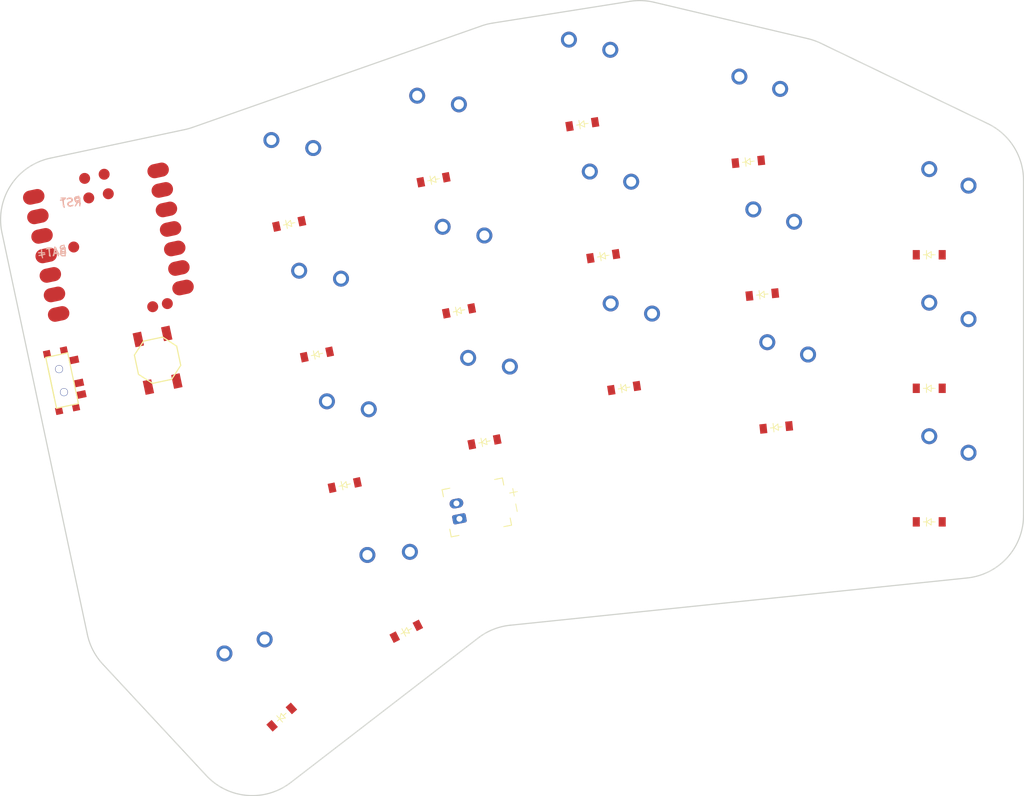
<source format=kicad_pcb>
(kicad_pcb (version 20171130) (host pcbnew 5.1.6)
  (title_block (title "splave-ferris_choc_v1_right") (rev "v1.0.0") (company "Unknown"))
  (layers (0 F.Cu signal) (31 B.Cu signal) (34 B.Paste user) (35 F.Paste user) (36 B.SilkS user) (37 F.SilkS user) (38 B.Mask user) (39 F.Mask user) (44 Edge.Cuts user))
  (net 0 "")
  (net 1 "D8")
  (net 2 "mirror_pinky_bottom")
  (net 3 "GND")
  (net 4 "D1")
  (net 5 "D2")
  (net 6 "mirror_pinky_home")
  (net 7 "mirror_pinky_top")
  (net 8 "D10")
  (net 9 "mirror_ring_bottom")
  (net 10 "mirror_ring_home")
  (net 11 "mirror_ring_top")
  (net 12 "D9")
  (net 13 "mirror_middle_bottom")
  (net 14 "mirror_middle_home")
  (net 15 "mirror_middle_top")
  (net 16 "D3")
  (net 17 "mirror_index_bottom")
  (net 18 "mirror_index_home")
  (net 19 "mirror_index_top")
  (net 20 "D5")
  (net 21 "mirror_inner_bottom")
  (net 22 "mirror_inner_home")
  (net 23 "mirror_inner_top")
  (net 24 "mirror_near_fan")
  (net 25 "mirror_far_fan")
  (net 26 "D0")
  (net 27 "D4")
  (net 28 "D6")
  (net 29 "D7")
  (net 30 "RAW3V3")
  (net 31 "RAW5V")
  (net 32 "CLK")
  (net 33 "DIO")
  (net 34 "RST")
  (net 35 "BAT")
  (net 36 "NFC1")
  (net 37 "NFC2")
  (net 38 "BATCON")
  (net 39 "JST1_1")
  (net 40 "JST1_2")
  (footprint "ceoloide:switch_choc_v1_v2" (layer "B.Cu") (at 399.5455074 210 0)
    (property "Reference" "S1" hide)
    (pad "" np_thru_hole circle (at 0 0 0) (size 3.4 3.4) (drill 3.4) (layers "*.Cu" "*.Mask"))
    (pad "" np_thru_hole circle (at 5.5 0 0) (size 1.9 1.9) (drill 1.9) (layers "*.Cu" "*.Mask"))
    (pad "" np_thru_hole circle (at -5.5 0 0) (size 1.9 1.9) (drill 1.9) (layers "*.Cu" "*.Mask"))
    (pad "2" thru_hole circle (at 0 -5.9 195) (size 2.032 2.032) (drill 1.27) (layers "*.Cu" "*.Mask") (net 1 "D8"))
    (pad "1" thru_hole circle (at 5 -3.8 195) (size 2.032 2.032) (drill 1.27) (layers "*.Cu" "*.Mask") (net 2 "mirror_pinky_bottom"))
  )
  (footprint "ceoloide:switch_choc_v1_v2" (layer "B.Cu") (at 399.5455074 193 0)
    (property "Reference" "S2" hide)
    (pad "" np_thru_hole circle (at 0 0 0) (size 3.4 3.4) (drill 3.4) (layers "*.Cu" "*.Mask"))
    (pad "" np_thru_hole circle (at 5.5 0 0) (size 1.9 1.9) (drill 1.9) (layers "*.Cu" "*.Mask"))
    (pad "" np_thru_hole circle (at -5.5 0 0) (size 1.9 1.9) (drill 1.9) (layers "*.Cu" "*.Mask"))
    (pad "2" thru_hole circle (at 0 -5.9 195) (size 2.032 2.032) (drill 1.27) (layers "*.Cu" "*.Mask") (net 1 "D8"))
    (pad "1" thru_hole circle (at 5 -3.8 195) (size 2.032 2.032) (drill 1.27) (layers "*.Cu" "*.Mask") (net 6 "mirror_pinky_home"))
  )
  (footprint "ceoloide:switch_choc_v1_v2" (layer "B.Cu") (at 399.5455074 176 0)
    (property "Reference" "S3" hide)
    (pad "" np_thru_hole circle (at 0 0 0) (size 3.4 3.4) (drill 3.4) (layers "*.Cu" "*.Mask"))
    (pad "" np_thru_hole circle (at 5.5 0 0) (size 1.9 1.9) (drill 1.9) (layers "*.Cu" "*.Mask"))
    (pad "" np_thru_hole circle (at -5.5 0 0) (size 1.9 1.9) (drill 1.9) (layers "*.Cu" "*.Mask"))
    (pad "2" thru_hole circle (at 0 -5.9 195) (size 2.032 2.032) (drill 1.27) (layers "*.Cu" "*.Mask") (net 1 "D8"))
    (pad "1" thru_hole circle (at 5 -3.8 195) (size 2.032 2.032) (drill 1.27) (layers "*.Cu" "*.Mask") (net 7 "mirror_pinky_top"))
  )
  (footprint "ceoloide:switch_choc_v1_v2" (layer "B.Cu") (at 379.5455074 198 6)
    (property "Reference" "S4" hide)
    (pad "" np_thru_hole circle (at 0 0 6) (size 3.4 3.4) (drill 3.4) (layers "*.Cu" "*.Mask"))
    (pad "" np_thru_hole circle (at 5.5 0 6) (size 1.9 1.9) (drill 1.9) (layers "*.Cu" "*.Mask"))
    (pad "" np_thru_hole circle (at -5.5 0 6) (size 1.9 1.9) (drill 1.9) (layers "*.Cu" "*.Mask"))
    (pad "2" thru_hole circle (at 0 -5.9 201) (size 2.032 2.032) (drill 1.27) (layers "*.Cu" "*.Mask") (net 8 "D10"))
    (pad "1" thru_hole circle (at 5 -3.8 201) (size 2.032 2.032) (drill 1.27) (layers "*.Cu" "*.Mask") (net 9 "mirror_ring_bottom"))
  )
  (footprint "ceoloide:switch_choc_v1_v2" (layer "B.Cu") (at 377.7685235 181.0931278 6)
    (property "Reference" "S5" hide)
    (pad "" np_thru_hole circle (at 0 0 6) (size 3.4 3.4) (drill 3.4) (layers "*.Cu" "*.Mask"))
    (pad "" np_thru_hole circle (at 5.5 0 6) (size 1.9 1.9) (drill 1.9) (layers "*.Cu" "*.Mask"))
    (pad "" np_thru_hole circle (at -5.5 0 6) (size 1.9 1.9) (drill 1.9) (layers "*.Cu" "*.Mask"))
    (pad "2" thru_hole circle (at 0 -5.9 201) (size 2.032 2.032) (drill 1.27) (layers "*.Cu" "*.Mask") (net 8 "D10"))
    (pad "1" thru_hole circle (at 5 -3.8 201) (size 2.032 2.032) (drill 1.27) (layers "*.Cu" "*.Mask") (net 10 "mirror_ring_home"))
  )
  (footprint "ceoloide:switch_choc_v1_v2" (layer "B.Cu") (at 375.9915396 164.18625559999998 6)
    (property "Reference" "S6" hide)
    (pad "" np_thru_hole circle (at 0 0 6) (size 3.4 3.4) (drill 3.4) (layers "*.Cu" "*.Mask"))
    (pad "" np_thru_hole circle (at 5.5 0 6) (size 1.9 1.9) (drill 1.9) (layers "*.Cu" "*.Mask"))
    (pad "" np_thru_hole circle (at -5.5 0 6) (size 1.9 1.9) (drill 1.9) (layers "*.Cu" "*.Mask"))
    (pad "2" thru_hole circle (at 0 -5.9 201) (size 2.032 2.032) (drill 1.27) (layers "*.Cu" "*.Mask") (net 8 "D10"))
    (pad "1" thru_hole circle (at 5 -3.8 201) (size 2.032 2.032) (drill 1.27) (layers "*.Cu" "*.Mask") (net 11 "mirror_ring_top"))
  )
  (footprint "ceoloide:switch_choc_v1_v2" (layer "B.Cu") (at 359.9178921 193.0243875 9)
    (property "Reference" "S7" hide)
    (pad "" np_thru_hole circle (at 0 0 9) (size 3.4 3.4) (drill 3.4) (layers "*.Cu" "*.Mask"))
    (pad "" np_thru_hole circle (at 5.5 0 9) (size 1.9 1.9) (drill 1.9) (layers "*.Cu" "*.Mask"))
    (pad "" np_thru_hole circle (at -5.5 0 9) (size 1.9 1.9) (drill 1.9) (layers "*.Cu" "*.Mask"))
    (pad "2" thru_hole circle (at 0 -5.9 204) (size 2.032 2.032) (drill 1.27) (layers "*.Cu" "*.Mask") (net 12 "D9"))
    (pad "1" thru_hole circle (at 5 -3.8 204) (size 2.032 2.032) (drill 1.27) (layers "*.Cu" "*.Mask") (net 13 "mirror_middle_bottom"))
  )
  (footprint "ceoloide:switch_choc_v1_v2" (layer "B.Cu") (at 357.25850620000006 176.2336857 9)
    (property "Reference" "S8" hide)
    (pad "" np_thru_hole circle (at 0 0 9) (size 3.4 3.4) (drill 3.4) (layers "*.Cu" "*.Mask"))
    (pad "" np_thru_hole circle (at 5.5 0 9) (size 1.9 1.9) (drill 1.9) (layers "*.Cu" "*.Mask"))
    (pad "" np_thru_hole circle (at -5.5 0 9) (size 1.9 1.9) (drill 1.9) (layers "*.Cu" "*.Mask"))
    (pad "2" thru_hole circle (at 0 -5.9 204) (size 2.032 2.032) (drill 1.27) (layers "*.Cu" "*.Mask") (net 12 "D9"))
    (pad "1" thru_hole circle (at 5 -3.8 204) (size 2.032 2.032) (drill 1.27) (layers "*.Cu" "*.Mask") (net 14 "mirror_middle_home"))
  )
  (footprint "ceoloide:switch_choc_v1_v2" (layer "B.Cu") (at 354.59912030000004 159.4429839 9)
    (property "Reference" "S9" hide)
    (pad "" np_thru_hole circle (at 0 0 9) (size 3.4 3.4) (drill 3.4) (layers "*.Cu" "*.Mask"))
    (pad "" np_thru_hole circle (at 5.5 0 9) (size 1.9 1.9) (drill 1.9) (layers "*.Cu" "*.Mask"))
    (pad "" np_thru_hole circle (at -5.5 0 9) (size 1.9 1.9) (drill 1.9) (layers "*.Cu" "*.Mask"))
    (pad "2" thru_hole circle (at 0 -5.9 204) (size 2.032 2.032) (drill 1.27) (layers "*.Cu" "*.Mask") (net 12 "D9"))
    (pad "1" thru_hole circle (at 5 -3.8 204) (size 2.032 2.032) (drill 1.27) (layers "*.Cu" "*.Mask") (net 15 "mirror_middle_top"))
  )
  (footprint "ceoloide:switch_choc_v1_v2" (layer "B.Cu") (at 341.9750892 199.9161088 11)
    (property "Reference" "S10" hide)
    (pad "" np_thru_hole circle (at 0 0 11) (size 3.4 3.4) (drill 3.4) (layers "*.Cu" "*.Mask"))
    (pad "" np_thru_hole circle (at 5.5 0 11) (size 1.9 1.9) (drill 1.9) (layers "*.Cu" "*.Mask"))
    (pad "" np_thru_hole circle (at -5.5 0 11) (size 1.9 1.9) (drill 1.9) (layers "*.Cu" "*.Mask"))
    (pad "2" thru_hole circle (at 0 -5.9 206) (size 2.032 2.032) (drill 1.27) (layers "*.Cu" "*.Mask") (net 16 "D3"))
    (pad "1" thru_hole circle (at 5 -3.8 206) (size 2.032 2.032) (drill 1.27) (layers "*.Cu" "*.Mask") (net 17 "mirror_index_bottom"))
  )
  (footprint "ceoloide:switch_choc_v1_v2" (layer "B.Cu") (at 338.7313363 183.22844669999998 11)
    (property "Reference" "S11" hide)
    (pad "" np_thru_hole circle (at 0 0 11) (size 3.4 3.4) (drill 3.4) (layers "*.Cu" "*.Mask"))
    (pad "" np_thru_hole circle (at 5.5 0 11) (size 1.9 1.9) (drill 1.9) (layers "*.Cu" "*.Mask"))
    (pad "" np_thru_hole circle (at -5.5 0 11) (size 1.9 1.9) (drill 1.9) (layers "*.Cu" "*.Mask"))
    (pad "2" thru_hole circle (at 0 -5.9 206) (size 2.032 2.032) (drill 1.27) (layers "*.Cu" "*.Mask") (net 16 "D3"))
    (pad "1" thru_hole circle (at 5 -3.8 206) (size 2.032 2.032) (drill 1.27) (layers "*.Cu" "*.Mask") (net 18 "mirror_index_home"))
  )
  (footprint "ceoloide:switch_choc_v1_v2" (layer "B.Cu") (at 335.4875834 166.54078459999997 11)
    (property "Reference" "S12" hide)
    (pad "" np_thru_hole circle (at 0 0 11) (size 3.4 3.4) (drill 3.4) (layers "*.Cu" "*.Mask"))
    (pad "" np_thru_hole circle (at 5.5 0 11) (size 1.9 1.9) (drill 1.9) (layers "*.Cu" "*.Mask"))
    (pad "" np_thru_hole circle (at -5.5 0 11) (size 1.9 1.9) (drill 1.9) (layers "*.Cu" "*.Mask"))
    (pad "2" thru_hole circle (at 0 -5.9 206) (size 2.032 2.032) (drill 1.27) (layers "*.Cu" "*.Mask") (net 16 "D3"))
    (pad "1" thru_hole circle (at 5 -3.8 206) (size 2.032 2.032) (drill 1.27) (layers "*.Cu" "*.Mask") (net 19 "mirror_index_top"))
  )
  (footprint "ceoloide:switch_choc_v1_v2" (layer "B.Cu") (at 324.0984416 205.4284104 12)
    (property "Reference" "S13" hide)
    (pad "" np_thru_hole circle (at 0 0 12) (size 3.4 3.4) (drill 3.4) (layers "*.Cu" "*.Mask"))
    (pad "" np_thru_hole circle (at 5.5 0 12) (size 1.9 1.9) (drill 1.9) (layers "*.Cu" "*.Mask"))
    (pad "" np_thru_hole circle (at -5.5 0 12) (size 1.9 1.9) (drill 1.9) (layers "*.Cu" "*.Mask"))
    (pad "2" thru_hole circle (at 0 -5.9 207) (size 2.032 2.032) (drill 1.27) (layers "*.Cu" "*.Mask") (net 20 "D5"))
    (pad "1" thru_hole circle (at 5 -3.8 207) (size 2.032 2.032) (drill 1.27) (layers "*.Cu" "*.Mask") (net 21 "mirror_inner_bottom"))
  )
  (footprint "ceoloide:switch_choc_v1_v2" (layer "B.Cu") (at 320.56394290000003 188.7999012 12)
    (property "Reference" "S14" hide)
    (pad "" np_thru_hole circle (at 0 0 12) (size 3.4 3.4) (drill 3.4) (layers "*.Cu" "*.Mask"))
    (pad "" np_thru_hole circle (at 5.5 0 12) (size 1.9 1.9) (drill 1.9) (layers "*.Cu" "*.Mask"))
    (pad "" np_thru_hole circle (at -5.5 0 12) (size 1.9 1.9) (drill 1.9) (layers "*.Cu" "*.Mask"))
    (pad "2" thru_hole circle (at 0 -5.9 207) (size 2.032 2.032) (drill 1.27) (layers "*.Cu" "*.Mask") (net 20 "D5"))
    (pad "1" thru_hole circle (at 5 -3.8 207) (size 2.032 2.032) (drill 1.27) (layers "*.Cu" "*.Mask") (net 22 "mirror_inner_home"))
  )
  (footprint "ceoloide:switch_choc_v1_v2" (layer "B.Cu") (at 317.0294442 172.171392 12)
    (property "Reference" "S15" hide)
    (pad "" np_thru_hole circle (at 0 0 12) (size 3.4 3.4) (drill 3.4) (layers "*.Cu" "*.Mask"))
    (pad "" np_thru_hole circle (at 5.5 0 12) (size 1.9 1.9) (drill 1.9) (layers "*.Cu" "*.Mask"))
    (pad "" np_thru_hole circle (at -5.5 0 12) (size 1.9 1.9) (drill 1.9) (layers "*.Cu" "*.Mask"))
    (pad "2" thru_hole circle (at 0 -5.9 207) (size 2.032 2.032) (drill 1.27) (layers "*.Cu" "*.Mask") (net 20 "D5"))
    (pad "1" thru_hole circle (at 5 -3.8 207) (size 2.032 2.032) (drill 1.27) (layers "*.Cu" "*.Mask") (net 23 "mirror_inner_top"))
  )
  (footprint "ceoloide:switch_choc_v1_v2" (layer "B.Cu") (at 330.7020444 224.4715832 27)
    (property "Reference" "S16" hide)
    (pad "" np_thru_hole circle (at 0 0 27) (size 3.4 3.4) (drill 3.4) (layers "*.Cu" "*.Mask"))
    (pad "" np_thru_hole circle (at 5.5 0 27) (size 1.9 1.9) (drill 1.9) (layers "*.Cu" "*.Mask"))
    (pad "" np_thru_hole circle (at -5.5 0 27) (size 1.9 1.9) (drill 1.9) (layers "*.Cu" "*.Mask"))
    (pad "2" thru_hole circle (at 0 -5.9 222) (size 2.032 2.032) (drill 1.27) (layers "*.Cu" "*.Mask") (net 16 "D3"))
    (pad "1" thru_hole circle (at 5 -3.8 222) (size 2.032 2.032) (drill 1.27) (layers "*.Cu" "*.Mask") (net 24 "mirror_near_fan"))
  )
  (footprint "ceoloide:switch_choc_v1_v2" (layer "B.Cu") (at 313.7727537 236.1370937 42)
    (property "Reference" "S17" hide)
    (pad "" np_thru_hole circle (at 0 0 42) (size 3.4 3.4) (drill 3.4) (layers "*.Cu" "*.Mask"))
    (pad "" np_thru_hole circle (at 5.5 0 42) (size 1.9 1.9) (drill 1.9) (layers "*.Cu" "*.Mask"))
    (pad "" np_thru_hole circle (at -5.5 0 42) (size 1.9 1.9) (drill 1.9) (layers "*.Cu" "*.Mask"))
    (pad "2" thru_hole circle (at 0 -5.9 237) (size 2.032 2.032) (drill 1.27) (layers "*.Cu" "*.Mask") (net 20 "D5"))
    (pad "1" thru_hole circle (at 5 -3.8 237) (size 2.032 2.032) (drill 1.27) (layers "*.Cu" "*.Mask") (net 25 "mirror_far_fan"))
  )
  (footprint "ceoloide:diode_tht_sod123" (layer "F.Cu") (at 399.5455074 215 0)
    (property "Reference" "D1" hide)
    (fp_line (start 0.25 0) (end 0.75 0) (layer "F.SilkS") (stroke (width 0.1)))
    (fp_line (start 0.25 0.4) (end -0.35 0) (layer "F.SilkS") (stroke (width 0.1)))
    (fp_line (start 0.25 -0.4) (end 0.25 0.4) (layer "F.SilkS") (stroke (width 0.1)))
    (fp_line (start -0.35 0) (end 0.25 -0.4) (layer "F.SilkS") (stroke (width 0.1)))
    (fp_line (start -0.35 0) (end -0.35 0.55) (layer "F.SilkS") (stroke (width 0.1)))
    (fp_line (start -0.35 0) (end -0.35 -0.55) (layer "F.SilkS") (stroke (width 0.1)))
    (fp_line (start -0.75 0) (end -0.35 0) (layer "F.SilkS") (stroke (width 0.1)))
    (pad "1" smd rect (at -1.65 0 0) (size 0.9 1.2) (layers "F.Cu" "F.Paste" "F.Mask") (net 5 "D2"))
    (pad "2" smd rect (at 1.65 0 0) (size 0.9 1.2) (layers "F.Cu" "F.Paste" "F.Mask") (net 2 "mirror_pinky_bottom"))
  )
  (footprint "ceoloide:diode_tht_sod123" (layer "F.Cu") (at 399.5455074 198 0)
    (property "Reference" "D2" hide)
    (fp_line (start 0.25 0) (end 0.75 0) (layer "F.SilkS") (stroke (width 0.1)))
    (fp_line (start 0.25 0.4) (end -0.35 0) (layer "F.SilkS") (stroke (width 0.1)))
    (fp_line (start 0.25 -0.4) (end 0.25 0.4) (layer "F.SilkS") (stroke (width 0.1)))
    (fp_line (start -0.35 0) (end 0.25 -0.4) (layer "F.SilkS") (stroke (width 0.1)))
    (fp_line (start -0.35 0) (end -0.35 0.55) (layer "F.SilkS") (stroke (width 0.1)))
    (fp_line (start -0.35 0) (end -0.35 -0.55) (layer "F.SilkS") (stroke (width 0.1)))
    (fp_line (start -0.75 0) (end -0.35 0) (layer "F.SilkS") (stroke (width 0.1)))
    (pad "1" smd rect (at -1.65 0 0) (size 0.9 1.2) (layers "F.Cu" "F.Paste" "F.Mask") (net 4 "D1"))
    (pad "2" smd rect (at 1.65 0 0) (size 0.9 1.2) (layers "F.Cu" "F.Paste" "F.Mask") (net 6 "mirror_pinky_home"))
  )
  (footprint "ceoloide:diode_tht_sod123" (layer "F.Cu") (at 399.5455074 181 0)
    (property "Reference" "D3" hide)
    (fp_line (start 0.25 0) (end 0.75 0) (layer "F.SilkS") (stroke (width 0.1)))
    (fp_line (start 0.25 0.4) (end -0.35 0) (layer "F.SilkS") (stroke (width 0.1)))
    (fp_line (start 0.25 -0.4) (end 0.25 0.4) (layer "F.SilkS") (stroke (width 0.1)))
    (fp_line (start -0.35 0) (end 0.25 -0.4) (layer "F.SilkS") (stroke (width 0.1)))
    (fp_line (start -0.35 0) (end -0.35 0.55) (layer "F.SilkS") (stroke (width 0.1)))
    (fp_line (start -0.35 0) (end -0.35 -0.55) (layer "F.SilkS") (stroke (width 0.1)))
    (fp_line (start -0.75 0) (end -0.35 0) (layer "F.SilkS") (stroke (width 0.1)))
    (pad "1" smd rect (at -1.65 0 0) (size 0.9 1.2) (layers "F.Cu" "F.Paste" "F.Mask") (net 26 "D0"))
    (pad "2" smd rect (at 1.65 0 0) (size 0.9 1.2) (layers "F.Cu" "F.Paste" "F.Mask") (net 7 "mirror_pinky_top"))
  )
  (footprint "ceoloide:diode_tht_sod123" (layer "F.Cu") (at 380.0681497 202.9726095 6)
    (property "Reference" "D4" hide)
    (fp_line (start 0.25 0) (end 0.75 0) (layer "F.SilkS") (stroke (width 0.1)))
    (fp_line (start 0.25 0.4) (end -0.35 0) (layer "F.SilkS") (stroke (width 0.1)))
    (fp_line (start 0.25 -0.4) (end 0.25 0.4) (layer "F.SilkS") (stroke (width 0.1)))
    (fp_line (start -0.35 0) (end 0.25 -0.4) (layer "F.SilkS") (stroke (width 0.1)))
    (fp_line (start -0.35 0) (end -0.35 0.55) (layer "F.SilkS") (stroke (width 0.1)))
    (fp_line (start -0.35 0) (end -0.35 -0.55) (layer "F.SilkS") (stroke (width 0.1)))
    (fp_line (start -0.75 0) (end -0.35 0) (layer "F.SilkS") (stroke (width 0.1)))
    (pad "1" smd rect (at -1.65 0 6) (size 0.9 1.2) (layers "F.Cu" "F.Paste" "F.Mask") (net 5 "D2"))
    (pad "2" smd rect (at 1.65 0 6) (size 0.9 1.2) (layers "F.Cu" "F.Paste" "F.Mask") (net 9 "mirror_ring_bottom"))
  )
  (footprint "ceoloide:diode_tht_sod123" (layer "F.Cu") (at 378.2911658 186.0657373 6)
    (property "Reference" "D5" hide)
    (fp_line (start 0.25 0) (end 0.75 0) (layer "F.SilkS") (stroke (width 0.1)))
    (fp_line (start 0.25 0.4) (end -0.35 0) (layer "F.SilkS") (stroke (width 0.1)))
    (fp_line (start 0.25 -0.4) (end 0.25 0.4) (layer "F.SilkS") (stroke (width 0.1)))
    (fp_line (start -0.35 0) (end 0.25 -0.4) (layer "F.SilkS") (stroke (width 0.1)))
    (fp_line (start -0.35 0) (end -0.35 0.55) (layer "F.SilkS") (stroke (width 0.1)))
    (fp_line (start -0.35 0) (end -0.35 -0.55) (layer "F.SilkS") (stroke (width 0.1)))
    (fp_line (start -0.75 0) (end -0.35 0) (layer "F.SilkS") (stroke (width 0.1)))
    (pad "1" smd rect (at -1.65 0 6) (size 0.9 1.2) (layers "F.Cu" "F.Paste" "F.Mask") (net 4 "D1"))
    (pad "2" smd rect (at 1.65 0 6) (size 0.9 1.2) (layers "F.Cu" "F.Paste" "F.Mask") (net 10 "mirror_ring_home"))
  )
  (footprint "ceoloide:diode_tht_sod123" (layer "F.Cu") (at 376.5141819 169.15886509999999 6)
    (property "Reference" "D6" hide)
    (fp_line (start 0.25 0) (end 0.75 0) (layer "F.SilkS") (stroke (width 0.1)))
    (fp_line (start 0.25 0.4) (end -0.35 0) (layer "F.SilkS") (stroke (width 0.1)))
    (fp_line (start 0.25 -0.4) (end 0.25 0.4) (layer "F.SilkS") (stroke (width 0.1)))
    (fp_line (start -0.35 0) (end 0.25 -0.4) (layer "F.SilkS") (stroke (width 0.1)))
    (fp_line (start -0.35 0) (end -0.35 0.55) (layer "F.SilkS") (stroke (width 0.1)))
    (fp_line (start -0.35 0) (end -0.35 -0.55) (layer "F.SilkS") (stroke (width 0.1)))
    (fp_line (start -0.75 0) (end -0.35 0) (layer "F.SilkS") (stroke (width 0.1)))
    (pad "1" smd rect (at -1.65 0 6) (size 0.9 1.2) (layers "F.Cu" "F.Paste" "F.Mask") (net 26 "D0"))
    (pad "2" smd rect (at 1.65 0 6) (size 0.9 1.2) (layers "F.Cu" "F.Paste" "F.Mask") (net 11 "mirror_ring_top"))
  )
  (footprint "ceoloide:diode_tht_sod123" (layer "F.Cu") (at 360.70006440000003 197.9628292 9)
    (property "Reference" "D7" hide)
    (fp_line (start 0.25 0) (end 0.75 0) (layer "F.SilkS") (stroke (width 0.1)))
    (fp_line (start 0.25 0.4) (end -0.35 0) (layer "F.SilkS") (stroke (width 0.1)))
    (fp_line (start 0.25 -0.4) (end 0.25 0.4) (layer "F.SilkS") (stroke (width 0.1)))
    (fp_line (start -0.35 0) (end 0.25 -0.4) (layer "F.SilkS") (stroke (width 0.1)))
    (fp_line (start -0.35 0) (end -0.35 0.55) (layer "F.SilkS") (stroke (width 0.1)))
    (fp_line (start -0.35 0) (end -0.35 -0.55) (layer "F.SilkS") (stroke (width 0.1)))
    (fp_line (start -0.75 0) (end -0.35 0) (layer "F.SilkS") (stroke (width 0.1)))
    (pad "1" smd rect (at -1.65 0 9) (size 0.9 1.2) (layers "F.Cu" "F.Paste" "F.Mask") (net 5 "D2"))
    (pad "2" smd rect (at 1.65 0 9) (size 0.9 1.2) (layers "F.Cu" "F.Paste" "F.Mask") (net 13 "mirror_middle_bottom"))
  )
  (footprint "ceoloide:diode_tht_sod123" (layer "F.Cu") (at 358.04067850000007 181.1721274 9)
    (property "Reference" "D8" hide)
    (fp_line (start 0.25 0) (end 0.75 0) (layer "F.SilkS") (stroke (width 0.1)))
    (fp_line (start 0.25 0.4) (end -0.35 0) (layer "F.SilkS") (stroke (width 0.1)))
    (fp_line (start 0.25 -0.4) (end 0.25 0.4) (layer "F.SilkS") (stroke (width 0.1)))
    (fp_line (start -0.35 0) (end 0.25 -0.4) (layer "F.SilkS") (stroke (width 0.1)))
    (fp_line (start -0.35 0) (end -0.35 0.55) (layer "F.SilkS") (stroke (width 0.1)))
    (fp_line (start -0.35 0) (end -0.35 -0.55) (layer "F.SilkS") (stroke (width 0.1)))
    (fp_line (start -0.75 0) (end -0.35 0) (layer "F.SilkS") (stroke (width 0.1)))
    (pad "1" smd rect (at -1.65 0 9) (size 0.9 1.2) (layers "F.Cu" "F.Paste" "F.Mask") (net 4 "D1"))
    (pad "2" smd rect (at 1.65 0 9) (size 0.9 1.2) (layers "F.Cu" "F.Paste" "F.Mask") (net 14 "mirror_middle_home"))
  )
  (footprint "ceoloide:diode_tht_sod123" (layer "F.Cu") (at 355.38129260000005 164.3814256 9)
    (property "Reference" "D9" hide)
    (fp_line (start 0.25 0) (end 0.75 0) (layer "F.SilkS") (stroke (width 0.1)))
    (fp_line (start 0.25 0.4) (end -0.35 0) (layer "F.SilkS") (stroke (width 0.1)))
    (fp_line (start 0.25 -0.4) (end 0.25 0.4) (layer "F.SilkS") (stroke (width 0.1)))
    (fp_line (start -0.35 0) (end 0.25 -0.4) (layer "F.SilkS") (stroke (width 0.1)))
    (fp_line (start -0.35 0) (end -0.35 0.55) (layer "F.SilkS") (stroke (width 0.1)))
    (fp_line (start -0.35 0) (end -0.35 -0.55) (layer "F.SilkS") (stroke (width 0.1)))
    (fp_line (start -0.75 0) (end -0.35 0) (layer "F.SilkS") (stroke (width 0.1)))
    (pad "1" smd rect (at -1.65 0 9) (size 0.9 1.2) (layers "F.Cu" "F.Paste" "F.Mask") (net 26 "D0"))
    (pad "2" smd rect (at 1.65 0 9) (size 0.9 1.2) (layers "F.Cu" "F.Paste" "F.Mask") (net 15 "mirror_middle_top"))
  )
  (footprint "ceoloide:diode_tht_sod123" (layer "F.Cu") (at 342.9291342 204.82424469999998 11)
    (property "Reference" "D10" hide)
    (fp_line (start 0.25 0) (end 0.75 0) (layer "F.SilkS") (stroke (width 0.1)))
    (fp_line (start 0.25 0.4) (end -0.35 0) (layer "F.SilkS") (stroke (width 0.1)))
    (fp_line (start 0.25 -0.4) (end 0.25 0.4) (layer "F.SilkS") (stroke (width 0.1)))
    (fp_line (start -0.35 0) (end 0.25 -0.4) (layer "F.SilkS") (stroke (width 0.1)))
    (fp_line (start -0.35 0) (end -0.35 0.55) (layer "F.SilkS") (stroke (width 0.1)))
    (fp_line (start -0.35 0) (end -0.35 -0.55) (layer "F.SilkS") (stroke (width 0.1)))
    (fp_line (start -0.75 0) (end -0.35 0) (layer "F.SilkS") (stroke (width 0.1)))
    (pad "1" smd rect (at -1.65 0 11) (size 0.9 1.2) (layers "F.Cu" "F.Paste" "F.Mask") (net 5 "D2"))
    (pad "2" smd rect (at 1.65 0 11) (size 0.9 1.2) (layers "F.Cu" "F.Paste" "F.Mask") (net 17 "mirror_index_bottom"))
  )
  (footprint "ceoloide:diode_tht_sod123" (layer "F.Cu") (at 339.6853813 188.13658259999997 11)
    (property "Reference" "D11" hide)
    (fp_line (start 0.25 0) (end 0.75 0) (layer "F.SilkS") (stroke (width 0.1)))
    (fp_line (start 0.25 0.4) (end -0.35 0) (layer "F.SilkS") (stroke (width 0.1)))
    (fp_line (start 0.25 -0.4) (end 0.25 0.4) (layer "F.SilkS") (stroke (width 0.1)))
    (fp_line (start -0.35 0) (end 0.25 -0.4) (layer "F.SilkS") (stroke (width 0.1)))
    (fp_line (start -0.35 0) (end -0.35 0.55) (layer "F.SilkS") (stroke (width 0.1)))
    (fp_line (start -0.35 0) (end -0.35 -0.55) (layer "F.SilkS") (stroke (width 0.1)))
    (fp_line (start -0.75 0) (end -0.35 0) (layer "F.SilkS") (stroke (width 0.1)))
    (pad "1" smd rect (at -1.65 0 11) (size 0.9 1.2) (layers "F.Cu" "F.Paste" "F.Mask") (net 4 "D1"))
    (pad "2" smd rect (at 1.65 0 11) (size 0.9 1.2) (layers "F.Cu" "F.Paste" "F.Mask") (net 18 "mirror_index_home"))
  )
  (footprint "ceoloide:diode_tht_sod123" (layer "F.Cu") (at 336.4416284 171.44892049999996 11)
    (property "Reference" "D12" hide)
    (fp_line (start 0.25 0) (end 0.75 0) (layer "F.SilkS") (stroke (width 0.1)))
    (fp_line (start 0.25 0.4) (end -0.35 0) (layer "F.SilkS") (stroke (width 0.1)))
    (fp_line (start 0.25 -0.4) (end 0.25 0.4) (layer "F.SilkS") (stroke (width 0.1)))
    (fp_line (start -0.35 0) (end 0.25 -0.4) (layer "F.SilkS") (stroke (width 0.1)))
    (fp_line (start -0.35 0) (end -0.35 0.55) (layer "F.SilkS") (stroke (width 0.1)))
    (fp_line (start -0.35 0) (end -0.35 -0.55) (layer "F.SilkS") (stroke (width 0.1)))
    (fp_line (start -0.75 0) (end -0.35 0) (layer "F.SilkS") (stroke (width 0.1)))
    (pad "1" smd rect (at -1.65 0 11) (size 0.9 1.2) (layers "F.Cu" "F.Paste" "F.Mask") (net 26 "D0"))
    (pad "2" smd rect (at 1.65 0 11) (size 0.9 1.2) (layers "F.Cu" "F.Paste" "F.Mask") (net 19 "mirror_index_top"))
  )
  (footprint "ceoloide:diode_tht_sod123" (layer "F.Cu") (at 325.1380001 210.3191484 12)
    (property "Reference" "D13" hide)
    (fp_line (start 0.25 0) (end 0.75 0) (layer "F.SilkS") (stroke (width 0.1)))
    (fp_line (start 0.25 0.4) (end -0.35 0) (layer "F.SilkS") (stroke (width 0.1)))
    (fp_line (start 0.25 -0.4) (end 0.25 0.4) (layer "F.SilkS") (stroke (width 0.1)))
    (fp_line (start -0.35 0) (end 0.25 -0.4) (layer "F.SilkS") (stroke (width 0.1)))
    (fp_line (start -0.35 0) (end -0.35 0.55) (layer "F.SilkS") (stroke (width 0.1)))
    (fp_line (start -0.35 0) (end -0.35 -0.55) (layer "F.SilkS") (stroke (width 0.1)))
    (fp_line (start -0.75 0) (end -0.35 0) (layer "F.SilkS") (stroke (width 0.1)))
    (pad "1" smd rect (at -1.65 0 12) (size 0.9 1.2) (layers "F.Cu" "F.Paste" "F.Mask") (net 5 "D2"))
    (pad "2" smd rect (at 1.65 0 12) (size 0.9 1.2) (layers "F.Cu" "F.Paste" "F.Mask") (net 21 "mirror_inner_bottom"))
  )
  (footprint "ceoloide:diode_tht_sod123" (layer "F.Cu") (at 321.6035014 193.6906392 12)
    (property "Reference" "D14" hide)
    (fp_line (start 0.25 0) (end 0.75 0) (layer "F.SilkS") (stroke (width 0.1)))
    (fp_line (start 0.25 0.4) (end -0.35 0) (layer "F.SilkS") (stroke (width 0.1)))
    (fp_line (start 0.25 -0.4) (end 0.25 0.4) (layer "F.SilkS") (stroke (width 0.1)))
    (fp_line (start -0.35 0) (end 0.25 -0.4) (layer "F.SilkS") (stroke (width 0.1)))
    (fp_line (start -0.35 0) (end -0.35 0.55) (layer "F.SilkS") (stroke (width 0.1)))
    (fp_line (start -0.35 0) (end -0.35 -0.55) (layer "F.SilkS") (stroke (width 0.1)))
    (fp_line (start -0.75 0) (end -0.35 0) (layer "F.SilkS") (stroke (width 0.1)))
    (pad "1" smd rect (at -1.65 0 12) (size 0.9 1.2) (layers "F.Cu" "F.Paste" "F.Mask") (net 4 "D1"))
    (pad "2" smd rect (at 1.65 0 12) (size 0.9 1.2) (layers "F.Cu" "F.Paste" "F.Mask") (net 22 "mirror_inner_home"))
  )
  (footprint "ceoloide:diode_tht_sod123" (layer "F.Cu") (at 318.0690027 177.06213 12)
    (property "Reference" "D15" hide)
    (fp_line (start 0.25 0) (end 0.75 0) (layer "F.SilkS") (stroke (width 0.1)))
    (fp_line (start 0.25 0.4) (end -0.35 0) (layer "F.SilkS") (stroke (width 0.1)))
    (fp_line (start 0.25 -0.4) (end 0.25 0.4) (layer "F.SilkS") (stroke (width 0.1)))
    (fp_line (start -0.35 0) (end 0.25 -0.4) (layer "F.SilkS") (stroke (width 0.1)))
    (fp_line (start -0.35 0) (end -0.35 0.55) (layer "F.SilkS") (stroke (width 0.1)))
    (fp_line (start -0.35 0) (end -0.35 -0.55) (layer "F.SilkS") (stroke (width 0.1)))
    (fp_line (start -0.75 0) (end -0.35 0) (layer "F.SilkS") (stroke (width 0.1)))
    (pad "1" smd rect (at -1.65 0 12) (size 0.9 1.2) (layers "F.Cu" "F.Paste" "F.Mask") (net 26 "D0"))
    (pad "2" smd rect (at 1.65 0 12) (size 0.9 1.2) (layers "F.Cu" "F.Paste" "F.Mask") (net 23 "mirror_inner_top"))
  )
  (footprint "ceoloide:diode_tht_sod123" (layer "F.Cu") (at 332.97199689999997 228.9266158 27)
    (property "Reference" "D16" hide)
    (fp_line (start 0.25 0) (end 0.75 0) (layer "F.SilkS") (stroke (width 0.1)))
    (fp_line (start 0.25 0.4) (end -0.35 0) (layer "F.SilkS") (stroke (width 0.1)))
    (fp_line (start 0.25 -0.4) (end 0.25 0.4) (layer "F.SilkS") (stroke (width 0.1)))
    (fp_line (start -0.35 0) (end 0.25 -0.4) (layer "F.SilkS") (stroke (width 0.1)))
    (fp_line (start -0.35 0) (end -0.35 0.55) (layer "F.SilkS") (stroke (width 0.1)))
    (fp_line (start -0.35 0) (end -0.35 -0.55) (layer "F.SilkS") (stroke (width 0.1)))
    (fp_line (start -0.75 0) (end -0.35 0) (layer "F.SilkS") (stroke (width 0.1)))
    (pad "1" smd rect (at -1.65 0 27) (size 0.9 1.2) (layers "F.Cu" "F.Paste" "F.Mask") (net 27 "D4"))
    (pad "2" smd rect (at 1.65 0 27) (size 0.9 1.2) (layers "F.Cu" "F.Paste" "F.Mask") (net 24 "mirror_near_fan"))
  )
  (footprint "ceoloide:diode_tht_sod123" (layer "F.Cu") (at 317.11840670000004 239.8528178 42)
    (property "Reference" "D17" hide)
    (fp_line (start 0.25 0) (end 0.75 0) (layer "F.SilkS") (stroke (width 0.1)))
    (fp_line (start 0.25 0.4) (end -0.35 0) (layer "F.SilkS") (stroke (width 0.1)))
    (fp_line (start 0.25 -0.4) (end 0.25 0.4) (layer "F.SilkS") (stroke (width 0.1)))
    (fp_line (start -0.35 0) (end 0.25 -0.4) (layer "F.SilkS") (stroke (width 0.1)))
    (fp_line (start -0.35 0) (end -0.35 0.55) (layer "F.SilkS") (stroke (width 0.1)))
    (fp_line (start -0.35 0) (end -0.35 -0.55) (layer "F.SilkS") (stroke (width 0.1)))
    (fp_line (start -0.75 0) (end -0.35 0) (layer "F.SilkS") (stroke (width 0.1)))
    (pad "1" smd rect (at -1.65 0 42) (size 0.9 1.2) (layers "F.Cu" "F.Paste" "F.Mask") (net 27 "D4"))
    (pad "2" smd rect (at 1.65 0 42) (size 0.9 1.2) (layers "F.Cu" "F.Paste" "F.Mask") (net 25 "mirror_far_fan"))
  )
  (footprint "xiao_smd" (layer "F.Cu") (at 295.0518286 179.3987299 12)
    (property "Reference" "MCU1" hide)
    (fp_text user "BAT+" (at -7.3 -0.25 0) (layer "B.SilkS") (effects (justify mirror)))
    (fp_text user "RST" (at -3.6 -5.95 0) (layer "B.SilkS") (effects (justify mirror)))
    (fp_text user "BAT+" (at -7.3 -0.25 12) (layer "B.SilkS") (effects (justify mirror)))
    (fp_text user "RST" (at -3.6 -5.95 12) (layer "B.SilkS") (effects (justify mirror)))
    (pad "1" smd oval (at -7.62 -7.62 192) (size 2.75 1.8) (drill (offset 0.475 0)) (layers "F.Cu" "F.Paste" "F.Mask") (net 26 "D0"))
    (pad "2" smd oval (at -7.62 -5.08 192) (size 2.75 1.8) (drill (offset 0.475 0)) (layers "F.Cu" "F.Paste" "F.Mask") (net 4 "D1"))
    (pad "3" smd oval (at -7.62 -2.54 192) (size 2.75 1.8) (drill (offset 0.475 0)) (layers "F.Cu" "F.Paste" "F.Mask") (net 5 "D2"))
    (pad "4" smd oval (at -7.62 0 192) (size 2.75 1.8) (drill (offset 0.475 0)) (layers "F.Cu" "F.Paste" "F.Mask") (net 16 "D3"))
    (pad "5" smd oval (at -7.62 2.54 192) (size 2.75 1.8) (drill (offset 0.475 0)) (layers "F.Cu" "F.Paste" "F.Mask") (net 27 "D4"))
    (pad "6" smd oval (at -7.62 5.08 192) (size 2.75 1.8) (drill (offset 0.475 0)) (layers "F.Cu" "F.Paste" "F.Mask") (net 20 "D5"))
    (pad "7" smd oval (at -7.62 7.62 192) (size 2.75 1.8) (drill (offset 0.475 0)) (layers "F.Cu" "F.Paste" "F.Mask") (net 28 "D6"))
    (pad "8" smd oval (at 7.62 7.62 12) (size 2.75 1.8) (drill (offset 0.475 0)) (layers "F.Cu" "F.Paste" "F.Mask") (net 29 "D7"))
    (pad "9" smd oval (at 7.62 5.08 12) (size 2.75 1.8) (drill (offset 0.475 0)) (layers "F.Cu" "F.Paste" "F.Mask") (net 1 "D8"))
    (pad "10" smd oval (at 7.62 2.54 12) (size 2.75 1.8) (drill (offset 0.475 0)) (layers "F.Cu" "F.Paste" "F.Mask") (net 12 "D9"))
    (pad "11" smd oval (at 7.62 0 12) (size 2.75 1.8) (drill (offset 0.475 0)) (layers "F.Cu" "F.Paste" "F.Mask") (net 8 "D10"))
    (pad "12" smd oval (at 7.62 -2.54 12) (size 2.75 1.8) (drill (offset 0.475 0)) (layers "F.Cu" "F.Paste" "F.Mask") (net 30 "RAW3V3"))
    (pad "13" smd oval (at 7.62 -5.08 12) (size 2.75 1.8) (drill (offset 0.475 0)) (layers "F.Cu" "F.Paste" "F.Mask") (net 3 "GND"))
    (pad "14" smd oval (at 7.62 -7.62 12) (size 2.75 1.8) (drill (offset 0.475 0)) (layers "F.Cu" "F.Paste" "F.Mask") (net 31 "RAW5V"))
    (pad "15" smd circle (at -1.27 -8.572 102) (size 1.397 1.397) (drill 1.016) (layers "F.Cu" "F.Mask") (net 32 "CLK"))
    (pad "16" smd circle (at 1.27 -8.572 102) (size 1.397 1.397) (drill 1.016) (layers "F.Cu" "F.Mask") (net 33 "DIO"))
    (pad "17" smd circle (at -1.27 -6.032 102) (size 1.397 1.397) (drill 1.016) (layers "F.Cu" "F.Mask") (net 34 "RST"))
    (pad "18" smd circle (at 1.27 -6.032 102) (size 1.397 1.397) (drill 1.016) (layers "F.Cu" "F.Mask") (net 3 "GND"))
    (pad "19" smd circle (at -4.445 -0.317 192) (size 1.397 1.397) (drill 1.016) (layers "F.Cu" "F.Mask") (net 35 "BAT"))
    (pad "20" smd circle (at 3.81 9.208 192) (size 1.397 1.397) (drill 1.016) (layers "F.Cu" "F.Mask") (net 36 "NFC1"))
    (pad "21" smd circle (at 5.715 9.208 192) (size 1.397 1.397) (drill 1.016) (layers "F.Cu" "F.Mask") (net 37 "NFC2"))
  )
  (module E73:SW_TACT_ALPS_SKQGABE010 (layer F.Cu) (at 301.31285840000004 194.4253564 102)
    (fp_text reference "B1" hide)
    (fp_text value "" hide)
    (fp_line (start 2.75 1.25) (end 1.25 2.75) (layer F.SilkS) (width 0.15))
    (fp_line (start 2.75 -1.25) (end 1.25 -2.75) (layer F.SilkS) (width 0.15))
    (fp_line (start 2.75 -1.25) (end 2.75 1.25) (layer F.SilkS) (width 0.15))
    (fp_line (start -1.25 2.75) (end 1.25 2.75) (layer F.SilkS) (width 0.15))
    (fp_line (start -1.25 -2.75) (end 1.25 -2.75) (layer F.SilkS) (width 0.15))
    (fp_line (start -2.75 1.25) (end -1.25 2.75) (layer F.SilkS) (width 0.15))
    (fp_line (start -2.75 -1.25) (end -1.25 -2.75) (layer F.SilkS) (width 0.15))
    (fp_line (start -2.75 -1.25) (end -2.75 1.25) (layer F.SilkS) (width 0.15))
    (pad 1 smd rect (at -3.1 -1.85 102) (size 1.8 1.1) (layers F.Cu F.Paste F.Mask) (net 34 "RST"))
    (pad 1 smd rect (at 3.1 -1.85 102) (size 1.8 1.1) (layers F.Cu F.Paste F.Mask) (net 34 "RST"))
    (pad 2 smd rect (at -3.1 1.85 102) (size 1.8 1.1) (layers F.Cu F.Paste F.Mask) (net 3 "GND"))
    (pad 2 smd rect (at 3.1 1.85 102) (size 1.8 1.1) (layers F.Cu F.Paste F.Mask) (net 3 "GND"))
  )
  (module E73:SPDT_C128955 (layer F.Cu) (at 289.0860134 197.02425259999998 102)
    (fp_text reference "T1" hide)
    (fp_text value "" hide)
    (fp_line (start 1.95 -1.35) (end -1.95 -1.35) (layer F.SilkS) (width 0.15))
    (fp_line (start 0 -1.35) (end -3.3 -1.35) (layer F.SilkS) (width 0.15))
    (fp_line (start -3.3 -1.35) (end -3.3 1.5) (layer F.SilkS) (width 0.15))
    (fp_line (start -3.3 1.5) (end 3.3 1.5) (layer F.SilkS) (width 0.15))
    (fp_line (start 3.3 1.5) (end 3.3 -1.35) (layer F.SilkS) (width 0.15))
    (fp_line (start 0 -1.35) (end 3.3 -1.35) (layer F.SilkS) (width 0.15))
    (pad "" np_thru_hole circle (at 1.5 0) (size 1 1) (drill 0.9) (layers *.Cu *.Mask))
    (pad "" np_thru_hole circle (at -1.5 0) (size 1 1) (drill 0.9) (layers *.Cu *.Mask))
    (pad 1 smd rect (at 2.25 2.075 102) (size 0.9 1.25) (layers F.Cu F.Paste F.Mask) (net 35 "BAT"))
    (pad 2 smd rect (at -0.75 2.075 102) (size 0.9 1.25) (layers F.Cu F.Paste F.Mask) (net 38 "BATCON"))
    (pad 3 smd rect (at -2.25 2.075 102) (size 0.9 1.25) (layers F.Cu F.Paste F.Mask))
    (pad "" smd rect (at 3.7 -1.1 102) (size 0.9 0.9) (layers F.Cu F.Paste F.Mask))
    (pad "" smd rect (at 3.7 1.1 102) (size 0.9 0.9) (layers F.Cu F.Paste F.Mask))
    (pad "" smd rect (at -3.7 1.1 102) (size 0.9 0.9) (layers F.Cu F.Paste F.Mask))
    (pad "" smd rect (at -3.7 -1.1 102) (size 0.9 0.9) (layers F.Cu F.Paste F.Mask))
  )
  (footprint "ceoloide:battery_connector_jst_ph_2" (layer "F.Cu") (at 339.5474702 213.63130719999998 101)
    (property "Reference" "JST1" hide)
    (fp_line (start -1.5 7.40) (end -0.5 7.40) (stroke (width 0.1)) (layer "F.SilkS"))
    (fp_line (start 1.5 7.40) (end 0.5 7.40) (stroke (width 0.1)) (layer "F.SilkS"))
    (fp_line (start 1 6.90) (end 1 7.90) (stroke (width 0.1)) (layer "F.SilkS"))
    (fp_line (start -2.06 -1.46) (end -3.06 -1.46) (stroke (width 0.12)) (layer "F.SilkS"))
    (fp_line (start -3.06 -1.46) (end -3.06 -0.46) (stroke (width 0.12)) (layer "F.SilkS"))
    (fp_line (start 2.14 -1.46) (end 3.06 -1.46) (stroke (width 0.12)) (layer "F.SilkS"))
    (fp_line (start 3.06 -1.46) (end 3.06 -0.46) (stroke (width 0.12)) (layer "F.SilkS"))
    (fp_line (start -2.14 6.36) (end -3.06 6.36) (stroke (width 0.12)) (layer "F.SilkS"))
    (fp_line (start -3.06 6.36) (end -3.06 5.36) (stroke (width 0.12)) (layer "F.SilkS"))
    (fp_line (start 2.14 6.36) (end 3.06 6.36) (stroke (width 0.12)) (layer "F.SilkS"))
    (fp_line (start 3.06 6.36) (end 3.06 5.36) (stroke (width 0.12)) (layer "F.SilkS"))
    (pad "1" thru_hole roundrect (at -1 0 101) (size 1.2 1.75) (drill 0.75) (layers "*.Cu" "*.Mask") (roundrect_rratio 0.20) (net 3 "GND"))
    (pad "2" thru_hole oval (at 1 0 101) (size 1.2 1.75) (drill 0.75) (layers "*.Cu" "*.Mask") (net 38 "BATCON"))
  )
  (gr_line (start 294.34089173385007 233.1178602454417) (end 307.51625998980677 247.29428822269375) (angle 90) (layer Edge.Cuts) (width 0.15))
  (gr_line (start 318.26102342912714 248.18363456628535) (end 342.12473058627273 229.78429468578088) (angle 90) (layer Edge.Cuts) (width 0.15))
  (gr_line (start 346.1862138947268 228.16228951002532) (end 404.36881936611235 222.14252397181082) (angle 90) (layer Edge.Cuts) (width 0.15))
  (gr_line (start 411.5455074 214.18500189934366) (end 411.5455074 171.52737163805375) (angle 90) (layer Edge.Cuts) (width 0.15))
  (gr_line (start 407.015752295534 164.31922343961693) (end 385.72606789608625 154.06965284572462) (angle 90) (layer Edge.Cuts) (width 0.15))
  (gr_line (start 384.0988198388918 153.49298488221527) (end 364.5256024626502 148.85917171046057) (angle 90) (layer Edge.Cuts) (width 0.15))
  (gr_line (start 361.4311295852997 148.74248122610078) (end 343.9519184717056 151.510916296598) (angle 90) (layer Edge.Cuts) (width 0.15))
  (gr_line (start 342.55232807777196 151.86445324910636) (end 305.7577875927367 164.7877674269679) (angle 90) (layer Edge.Cuts) (width 0.15))
  (gr_line (start 304.77001475546933 165.06497851283348) (end 287.66615021257456 168.7005171801213) (angle 90) (layer Edge.Cuts) (width 0.15))
  (gr_line (start 281.5042630285888 178.18899155546183) (end 292.37567911894104 229.33498328799897) (angle 90) (layer Edge.Cuts) (width 0.15))
  (gr_arc (start 313.3762281545608 241.84811766957387) (end 307.5162600545608 247.29428816957386) (angle -84.72891121970846) (layer Edge.Cuts) (width 0.15))
  (gr_arc (start 347.0095258608391 236.11981158249245) (end 346.18621386083913 228.16228948249244) (angle -31.725860874036428) (layer Edge.Cuts) (width 0.15))
  (gr_arc (start 403.5455074 214.18500189934366) (end 404.3688194 222.14252399934367) (angle -84.09300381511724) (layer Edge.Cuts) (width 0.15))
  (gr_arc (start 403.5455074 171.52737163805375) (end 411.5455074 171.52737163805375) (angle -64.29227234329986) (layer Edge.Cuts) (width 0.15))
  (gr_arc (start 382.25582300055225 161.27780104416144) (end 385.72606790055227 154.06965284416142) (angle -12.388600365963214) (layer Edge.Cuts) (width 0.15))
  (gr_arc (start 362.68260562431067 156.64398787240674) (end 364.52560242431065 148.85917167240675) (angle -22.319129632978587) (layer Edge.Cuts) (width 0.15))
  (gr_arc (start 345.2033945107166 159.41242294290393) (end 343.95191851071655 151.51091624290393) (angle -10.352755637436289) (layer Edge.Cuts) (width 0.15))
  (gr_arc (start 303.106721159792 157.23979773317035) (end 304.770014759792 165.06497853317035) (angle -7.352757456329698) (layer Edge.Cuts) (width 0.15))
  (gr_arc (start 289.32944380825194 176.52569795978445) (end 287.66615020825196 168.70051715978445) (angle -90.00000000000003) (layer Edge.Cuts) (width 0.15))
  (gr_arc (start 300.2008598986042 227.6716896923217) (end 292.3756790986042 229.3349832923217) (angle -30.903945315862472) (layer Edge.Cuts) (width 0.15))
)
</source>
